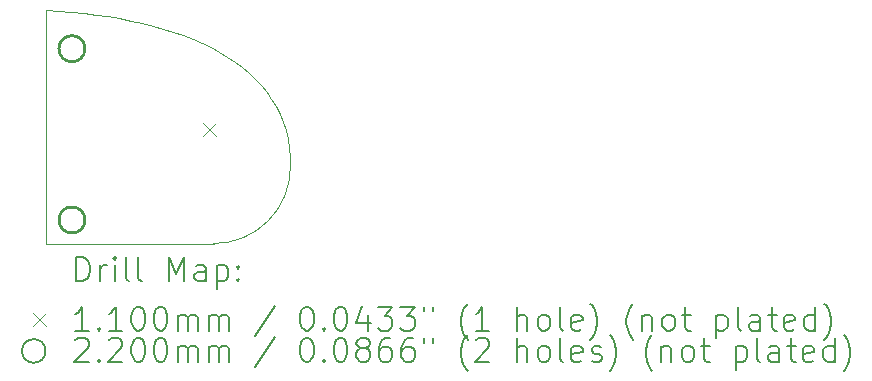
<source format=gbr>
%TF.GenerationSoftware,KiCad,Pcbnew,7.0.5*%
%TF.CreationDate,2023-06-18T14:52:25+02:00*%
%TF.ProjectId,RH_RKJXM1015004_thumb,52485f52-4b4a-4584-9d31-303135303034,rev?*%
%TF.SameCoordinates,Original*%
%TF.FileFunction,Drillmap*%
%TF.FilePolarity,Positive*%
%FSLAX45Y45*%
G04 Gerber Fmt 4.5, Leading zero omitted, Abs format (unit mm)*
G04 Created by KiCad (PCBNEW 7.0.5) date 2023-06-18 14:52:25*
%MOMM*%
%LPD*%
G01*
G04 APERTURE LIST*
%ADD10C,0.100000*%
%ADD11C,0.200000*%
%ADD12C,0.110000*%
%ADD13C,0.220000*%
G04 APERTURE END LIST*
D10*
X7600001Y-4500001D02*
X6181686Y-4500001D01*
X7600001Y-4500001D02*
G75*
G03*
X8250001Y-3850001I-1J650001D01*
G01*
X6181686Y-2520161D02*
X6181686Y-4500001D01*
X6181686Y-2520161D02*
X6289183Y-2528051D01*
X6395148Y-2537625D01*
X6499459Y-2548932D01*
X6601990Y-2562022D01*
X6702619Y-2576942D01*
X6801223Y-2593741D01*
X6897678Y-2612469D01*
X6991861Y-2633174D01*
X7083649Y-2655904D01*
X7172918Y-2680709D01*
X7259545Y-2707637D01*
X7343406Y-2736738D01*
X7424379Y-2768059D01*
X7502340Y-2801650D01*
X7577166Y-2837560D01*
X7648733Y-2875836D01*
X7716918Y-2916529D01*
X7781598Y-2959686D01*
X7842649Y-3005357D01*
X7899949Y-3053591D01*
X7953373Y-3104435D01*
X8002798Y-3157939D01*
X8048102Y-3214152D01*
X8089160Y-3273122D01*
X8125850Y-3334898D01*
X8158048Y-3399529D01*
X8185631Y-3467064D01*
X8208475Y-3537551D01*
X8226458Y-3611040D01*
X8239455Y-3687578D01*
X8247344Y-3767216D01*
X8250001Y-3850001D01*
D11*
D12*
X7506105Y-3481173D02*
X7616105Y-3591173D01*
X7616105Y-3481173D02*
X7506105Y-3591173D01*
D13*
X6510000Y-2850000D02*
G75*
G03*
X6510000Y-2850000I-110000J0D01*
G01*
X6510000Y-4300000D02*
G75*
G03*
X6510000Y-4300000I-110000J0D01*
G01*
D11*
X6437462Y-4816485D02*
X6437462Y-4616485D01*
X6437462Y-4616485D02*
X6485081Y-4616485D01*
X6485081Y-4616485D02*
X6513653Y-4626009D01*
X6513653Y-4626009D02*
X6532700Y-4645056D01*
X6532700Y-4645056D02*
X6542224Y-4664104D01*
X6542224Y-4664104D02*
X6551748Y-4702199D01*
X6551748Y-4702199D02*
X6551748Y-4730770D01*
X6551748Y-4730770D02*
X6542224Y-4768866D01*
X6542224Y-4768866D02*
X6532700Y-4787913D01*
X6532700Y-4787913D02*
X6513653Y-4806961D01*
X6513653Y-4806961D02*
X6485081Y-4816485D01*
X6485081Y-4816485D02*
X6437462Y-4816485D01*
X6637462Y-4816485D02*
X6637462Y-4683151D01*
X6637462Y-4721247D02*
X6646986Y-4702199D01*
X6646986Y-4702199D02*
X6656510Y-4692675D01*
X6656510Y-4692675D02*
X6675558Y-4683151D01*
X6675558Y-4683151D02*
X6694605Y-4683151D01*
X6761272Y-4816485D02*
X6761272Y-4683151D01*
X6761272Y-4616485D02*
X6751748Y-4626009D01*
X6751748Y-4626009D02*
X6761272Y-4635532D01*
X6761272Y-4635532D02*
X6770796Y-4626009D01*
X6770796Y-4626009D02*
X6761272Y-4616485D01*
X6761272Y-4616485D02*
X6761272Y-4635532D01*
X6885081Y-4816485D02*
X6866034Y-4806961D01*
X6866034Y-4806961D02*
X6856510Y-4787913D01*
X6856510Y-4787913D02*
X6856510Y-4616485D01*
X6989843Y-4816485D02*
X6970796Y-4806961D01*
X6970796Y-4806961D02*
X6961272Y-4787913D01*
X6961272Y-4787913D02*
X6961272Y-4616485D01*
X7218415Y-4816485D02*
X7218415Y-4616485D01*
X7218415Y-4616485D02*
X7285081Y-4759342D01*
X7285081Y-4759342D02*
X7351748Y-4616485D01*
X7351748Y-4616485D02*
X7351748Y-4816485D01*
X7532700Y-4816485D02*
X7532700Y-4711723D01*
X7532700Y-4711723D02*
X7523177Y-4692675D01*
X7523177Y-4692675D02*
X7504129Y-4683151D01*
X7504129Y-4683151D02*
X7466034Y-4683151D01*
X7466034Y-4683151D02*
X7446986Y-4692675D01*
X7532700Y-4806961D02*
X7513653Y-4816485D01*
X7513653Y-4816485D02*
X7466034Y-4816485D01*
X7466034Y-4816485D02*
X7446986Y-4806961D01*
X7446986Y-4806961D02*
X7437462Y-4787913D01*
X7437462Y-4787913D02*
X7437462Y-4768866D01*
X7437462Y-4768866D02*
X7446986Y-4749818D01*
X7446986Y-4749818D02*
X7466034Y-4740294D01*
X7466034Y-4740294D02*
X7513653Y-4740294D01*
X7513653Y-4740294D02*
X7532700Y-4730770D01*
X7627939Y-4683151D02*
X7627939Y-4883151D01*
X7627939Y-4692675D02*
X7646986Y-4683151D01*
X7646986Y-4683151D02*
X7685081Y-4683151D01*
X7685081Y-4683151D02*
X7704129Y-4692675D01*
X7704129Y-4692675D02*
X7713653Y-4702199D01*
X7713653Y-4702199D02*
X7723177Y-4721247D01*
X7723177Y-4721247D02*
X7723177Y-4778389D01*
X7723177Y-4778389D02*
X7713653Y-4797437D01*
X7713653Y-4797437D02*
X7704129Y-4806961D01*
X7704129Y-4806961D02*
X7685081Y-4816485D01*
X7685081Y-4816485D02*
X7646986Y-4816485D01*
X7646986Y-4816485D02*
X7627939Y-4806961D01*
X7808891Y-4797437D02*
X7818415Y-4806961D01*
X7818415Y-4806961D02*
X7808891Y-4816485D01*
X7808891Y-4816485D02*
X7799367Y-4806961D01*
X7799367Y-4806961D02*
X7808891Y-4797437D01*
X7808891Y-4797437D02*
X7808891Y-4816485D01*
X7808891Y-4692675D02*
X7818415Y-4702199D01*
X7818415Y-4702199D02*
X7808891Y-4711723D01*
X7808891Y-4711723D02*
X7799367Y-4702199D01*
X7799367Y-4702199D02*
X7808891Y-4692675D01*
X7808891Y-4692675D02*
X7808891Y-4711723D01*
D12*
X6066686Y-5090001D02*
X6176686Y-5200001D01*
X6176686Y-5090001D02*
X6066686Y-5200001D01*
D11*
X6542224Y-5236485D02*
X6427939Y-5236485D01*
X6485081Y-5236485D02*
X6485081Y-5036485D01*
X6485081Y-5036485D02*
X6466034Y-5065056D01*
X6466034Y-5065056D02*
X6446986Y-5084104D01*
X6446986Y-5084104D02*
X6427939Y-5093628D01*
X6627939Y-5217437D02*
X6637462Y-5226961D01*
X6637462Y-5226961D02*
X6627939Y-5236485D01*
X6627939Y-5236485D02*
X6618415Y-5226961D01*
X6618415Y-5226961D02*
X6627939Y-5217437D01*
X6627939Y-5217437D02*
X6627939Y-5236485D01*
X6827939Y-5236485D02*
X6713653Y-5236485D01*
X6770796Y-5236485D02*
X6770796Y-5036485D01*
X6770796Y-5036485D02*
X6751748Y-5065056D01*
X6751748Y-5065056D02*
X6732700Y-5084104D01*
X6732700Y-5084104D02*
X6713653Y-5093628D01*
X6951748Y-5036485D02*
X6970796Y-5036485D01*
X6970796Y-5036485D02*
X6989843Y-5046009D01*
X6989843Y-5046009D02*
X6999367Y-5055532D01*
X6999367Y-5055532D02*
X7008891Y-5074580D01*
X7008891Y-5074580D02*
X7018415Y-5112675D01*
X7018415Y-5112675D02*
X7018415Y-5160294D01*
X7018415Y-5160294D02*
X7008891Y-5198389D01*
X7008891Y-5198389D02*
X6999367Y-5217437D01*
X6999367Y-5217437D02*
X6989843Y-5226961D01*
X6989843Y-5226961D02*
X6970796Y-5236485D01*
X6970796Y-5236485D02*
X6951748Y-5236485D01*
X6951748Y-5236485D02*
X6932700Y-5226961D01*
X6932700Y-5226961D02*
X6923177Y-5217437D01*
X6923177Y-5217437D02*
X6913653Y-5198389D01*
X6913653Y-5198389D02*
X6904129Y-5160294D01*
X6904129Y-5160294D02*
X6904129Y-5112675D01*
X6904129Y-5112675D02*
X6913653Y-5074580D01*
X6913653Y-5074580D02*
X6923177Y-5055532D01*
X6923177Y-5055532D02*
X6932700Y-5046009D01*
X6932700Y-5046009D02*
X6951748Y-5036485D01*
X7142224Y-5036485D02*
X7161272Y-5036485D01*
X7161272Y-5036485D02*
X7180320Y-5046009D01*
X7180320Y-5046009D02*
X7189843Y-5055532D01*
X7189843Y-5055532D02*
X7199367Y-5074580D01*
X7199367Y-5074580D02*
X7208891Y-5112675D01*
X7208891Y-5112675D02*
X7208891Y-5160294D01*
X7208891Y-5160294D02*
X7199367Y-5198389D01*
X7199367Y-5198389D02*
X7189843Y-5217437D01*
X7189843Y-5217437D02*
X7180320Y-5226961D01*
X7180320Y-5226961D02*
X7161272Y-5236485D01*
X7161272Y-5236485D02*
X7142224Y-5236485D01*
X7142224Y-5236485D02*
X7123177Y-5226961D01*
X7123177Y-5226961D02*
X7113653Y-5217437D01*
X7113653Y-5217437D02*
X7104129Y-5198389D01*
X7104129Y-5198389D02*
X7094605Y-5160294D01*
X7094605Y-5160294D02*
X7094605Y-5112675D01*
X7094605Y-5112675D02*
X7104129Y-5074580D01*
X7104129Y-5074580D02*
X7113653Y-5055532D01*
X7113653Y-5055532D02*
X7123177Y-5046009D01*
X7123177Y-5046009D02*
X7142224Y-5036485D01*
X7294605Y-5236485D02*
X7294605Y-5103151D01*
X7294605Y-5122199D02*
X7304129Y-5112675D01*
X7304129Y-5112675D02*
X7323177Y-5103151D01*
X7323177Y-5103151D02*
X7351748Y-5103151D01*
X7351748Y-5103151D02*
X7370796Y-5112675D01*
X7370796Y-5112675D02*
X7380320Y-5131723D01*
X7380320Y-5131723D02*
X7380320Y-5236485D01*
X7380320Y-5131723D02*
X7389843Y-5112675D01*
X7389843Y-5112675D02*
X7408891Y-5103151D01*
X7408891Y-5103151D02*
X7437462Y-5103151D01*
X7437462Y-5103151D02*
X7456510Y-5112675D01*
X7456510Y-5112675D02*
X7466034Y-5131723D01*
X7466034Y-5131723D02*
X7466034Y-5236485D01*
X7561272Y-5236485D02*
X7561272Y-5103151D01*
X7561272Y-5122199D02*
X7570796Y-5112675D01*
X7570796Y-5112675D02*
X7589843Y-5103151D01*
X7589843Y-5103151D02*
X7618415Y-5103151D01*
X7618415Y-5103151D02*
X7637462Y-5112675D01*
X7637462Y-5112675D02*
X7646986Y-5131723D01*
X7646986Y-5131723D02*
X7646986Y-5236485D01*
X7646986Y-5131723D02*
X7656510Y-5112675D01*
X7656510Y-5112675D02*
X7675558Y-5103151D01*
X7675558Y-5103151D02*
X7704129Y-5103151D01*
X7704129Y-5103151D02*
X7723177Y-5112675D01*
X7723177Y-5112675D02*
X7732701Y-5131723D01*
X7732701Y-5131723D02*
X7732701Y-5236485D01*
X8123177Y-5026961D02*
X7951748Y-5284104D01*
X8380320Y-5036485D02*
X8399367Y-5036485D01*
X8399367Y-5036485D02*
X8418415Y-5046009D01*
X8418415Y-5046009D02*
X8427939Y-5055532D01*
X8427939Y-5055532D02*
X8437463Y-5074580D01*
X8437463Y-5074580D02*
X8446986Y-5112675D01*
X8446986Y-5112675D02*
X8446986Y-5160294D01*
X8446986Y-5160294D02*
X8437463Y-5198389D01*
X8437463Y-5198389D02*
X8427939Y-5217437D01*
X8427939Y-5217437D02*
X8418415Y-5226961D01*
X8418415Y-5226961D02*
X8399367Y-5236485D01*
X8399367Y-5236485D02*
X8380320Y-5236485D01*
X8380320Y-5236485D02*
X8361272Y-5226961D01*
X8361272Y-5226961D02*
X8351748Y-5217437D01*
X8351748Y-5217437D02*
X8342224Y-5198389D01*
X8342224Y-5198389D02*
X8332701Y-5160294D01*
X8332701Y-5160294D02*
X8332701Y-5112675D01*
X8332701Y-5112675D02*
X8342224Y-5074580D01*
X8342224Y-5074580D02*
X8351748Y-5055532D01*
X8351748Y-5055532D02*
X8361272Y-5046009D01*
X8361272Y-5046009D02*
X8380320Y-5036485D01*
X8532701Y-5217437D02*
X8542225Y-5226961D01*
X8542225Y-5226961D02*
X8532701Y-5236485D01*
X8532701Y-5236485D02*
X8523177Y-5226961D01*
X8523177Y-5226961D02*
X8532701Y-5217437D01*
X8532701Y-5217437D02*
X8532701Y-5236485D01*
X8666034Y-5036485D02*
X8685082Y-5036485D01*
X8685082Y-5036485D02*
X8704129Y-5046009D01*
X8704129Y-5046009D02*
X8713653Y-5055532D01*
X8713653Y-5055532D02*
X8723177Y-5074580D01*
X8723177Y-5074580D02*
X8732701Y-5112675D01*
X8732701Y-5112675D02*
X8732701Y-5160294D01*
X8732701Y-5160294D02*
X8723177Y-5198389D01*
X8723177Y-5198389D02*
X8713653Y-5217437D01*
X8713653Y-5217437D02*
X8704129Y-5226961D01*
X8704129Y-5226961D02*
X8685082Y-5236485D01*
X8685082Y-5236485D02*
X8666034Y-5236485D01*
X8666034Y-5236485D02*
X8646986Y-5226961D01*
X8646986Y-5226961D02*
X8637463Y-5217437D01*
X8637463Y-5217437D02*
X8627939Y-5198389D01*
X8627939Y-5198389D02*
X8618415Y-5160294D01*
X8618415Y-5160294D02*
X8618415Y-5112675D01*
X8618415Y-5112675D02*
X8627939Y-5074580D01*
X8627939Y-5074580D02*
X8637463Y-5055532D01*
X8637463Y-5055532D02*
X8646986Y-5046009D01*
X8646986Y-5046009D02*
X8666034Y-5036485D01*
X8904129Y-5103151D02*
X8904129Y-5236485D01*
X8856510Y-5026961D02*
X8808891Y-5169818D01*
X8808891Y-5169818D02*
X8932701Y-5169818D01*
X8989844Y-5036485D02*
X9113653Y-5036485D01*
X9113653Y-5036485D02*
X9046986Y-5112675D01*
X9046986Y-5112675D02*
X9075558Y-5112675D01*
X9075558Y-5112675D02*
X9094606Y-5122199D01*
X9094606Y-5122199D02*
X9104129Y-5131723D01*
X9104129Y-5131723D02*
X9113653Y-5150770D01*
X9113653Y-5150770D02*
X9113653Y-5198389D01*
X9113653Y-5198389D02*
X9104129Y-5217437D01*
X9104129Y-5217437D02*
X9094606Y-5226961D01*
X9094606Y-5226961D02*
X9075558Y-5236485D01*
X9075558Y-5236485D02*
X9018415Y-5236485D01*
X9018415Y-5236485D02*
X8999367Y-5226961D01*
X8999367Y-5226961D02*
X8989844Y-5217437D01*
X9180320Y-5036485D02*
X9304129Y-5036485D01*
X9304129Y-5036485D02*
X9237463Y-5112675D01*
X9237463Y-5112675D02*
X9266034Y-5112675D01*
X9266034Y-5112675D02*
X9285082Y-5122199D01*
X9285082Y-5122199D02*
X9294606Y-5131723D01*
X9294606Y-5131723D02*
X9304129Y-5150770D01*
X9304129Y-5150770D02*
X9304129Y-5198389D01*
X9304129Y-5198389D02*
X9294606Y-5217437D01*
X9294606Y-5217437D02*
X9285082Y-5226961D01*
X9285082Y-5226961D02*
X9266034Y-5236485D01*
X9266034Y-5236485D02*
X9208891Y-5236485D01*
X9208891Y-5236485D02*
X9189844Y-5226961D01*
X9189844Y-5226961D02*
X9180320Y-5217437D01*
X9380320Y-5036485D02*
X9380320Y-5074580D01*
X9456510Y-5036485D02*
X9456510Y-5074580D01*
X9751749Y-5312675D02*
X9742225Y-5303151D01*
X9742225Y-5303151D02*
X9723177Y-5274580D01*
X9723177Y-5274580D02*
X9713653Y-5255532D01*
X9713653Y-5255532D02*
X9704129Y-5226961D01*
X9704129Y-5226961D02*
X9694606Y-5179342D01*
X9694606Y-5179342D02*
X9694606Y-5141247D01*
X9694606Y-5141247D02*
X9704129Y-5093628D01*
X9704129Y-5093628D02*
X9713653Y-5065056D01*
X9713653Y-5065056D02*
X9723177Y-5046009D01*
X9723177Y-5046009D02*
X9742225Y-5017437D01*
X9742225Y-5017437D02*
X9751749Y-5007913D01*
X9932701Y-5236485D02*
X9818415Y-5236485D01*
X9875558Y-5236485D02*
X9875558Y-5036485D01*
X9875558Y-5036485D02*
X9856510Y-5065056D01*
X9856510Y-5065056D02*
X9837463Y-5084104D01*
X9837463Y-5084104D02*
X9818415Y-5093628D01*
X10170796Y-5236485D02*
X10170796Y-5036485D01*
X10256510Y-5236485D02*
X10256510Y-5131723D01*
X10256510Y-5131723D02*
X10246987Y-5112675D01*
X10246987Y-5112675D02*
X10227939Y-5103151D01*
X10227939Y-5103151D02*
X10199368Y-5103151D01*
X10199368Y-5103151D02*
X10180320Y-5112675D01*
X10180320Y-5112675D02*
X10170796Y-5122199D01*
X10380320Y-5236485D02*
X10361272Y-5226961D01*
X10361272Y-5226961D02*
X10351749Y-5217437D01*
X10351749Y-5217437D02*
X10342225Y-5198389D01*
X10342225Y-5198389D02*
X10342225Y-5141247D01*
X10342225Y-5141247D02*
X10351749Y-5122199D01*
X10351749Y-5122199D02*
X10361272Y-5112675D01*
X10361272Y-5112675D02*
X10380320Y-5103151D01*
X10380320Y-5103151D02*
X10408891Y-5103151D01*
X10408891Y-5103151D02*
X10427939Y-5112675D01*
X10427939Y-5112675D02*
X10437463Y-5122199D01*
X10437463Y-5122199D02*
X10446987Y-5141247D01*
X10446987Y-5141247D02*
X10446987Y-5198389D01*
X10446987Y-5198389D02*
X10437463Y-5217437D01*
X10437463Y-5217437D02*
X10427939Y-5226961D01*
X10427939Y-5226961D02*
X10408891Y-5236485D01*
X10408891Y-5236485D02*
X10380320Y-5236485D01*
X10561272Y-5236485D02*
X10542225Y-5226961D01*
X10542225Y-5226961D02*
X10532701Y-5207913D01*
X10532701Y-5207913D02*
X10532701Y-5036485D01*
X10713653Y-5226961D02*
X10694606Y-5236485D01*
X10694606Y-5236485D02*
X10656510Y-5236485D01*
X10656510Y-5236485D02*
X10637463Y-5226961D01*
X10637463Y-5226961D02*
X10627939Y-5207913D01*
X10627939Y-5207913D02*
X10627939Y-5131723D01*
X10627939Y-5131723D02*
X10637463Y-5112675D01*
X10637463Y-5112675D02*
X10656510Y-5103151D01*
X10656510Y-5103151D02*
X10694606Y-5103151D01*
X10694606Y-5103151D02*
X10713653Y-5112675D01*
X10713653Y-5112675D02*
X10723177Y-5131723D01*
X10723177Y-5131723D02*
X10723177Y-5150770D01*
X10723177Y-5150770D02*
X10627939Y-5169818D01*
X10789844Y-5312675D02*
X10799368Y-5303151D01*
X10799368Y-5303151D02*
X10818415Y-5274580D01*
X10818415Y-5274580D02*
X10827939Y-5255532D01*
X10827939Y-5255532D02*
X10837463Y-5226961D01*
X10837463Y-5226961D02*
X10846987Y-5179342D01*
X10846987Y-5179342D02*
X10846987Y-5141247D01*
X10846987Y-5141247D02*
X10837463Y-5093628D01*
X10837463Y-5093628D02*
X10827939Y-5065056D01*
X10827939Y-5065056D02*
X10818415Y-5046009D01*
X10818415Y-5046009D02*
X10799368Y-5017437D01*
X10799368Y-5017437D02*
X10789844Y-5007913D01*
X11151749Y-5312675D02*
X11142225Y-5303151D01*
X11142225Y-5303151D02*
X11123177Y-5274580D01*
X11123177Y-5274580D02*
X11113653Y-5255532D01*
X11113653Y-5255532D02*
X11104130Y-5226961D01*
X11104130Y-5226961D02*
X11094606Y-5179342D01*
X11094606Y-5179342D02*
X11094606Y-5141247D01*
X11094606Y-5141247D02*
X11104130Y-5093628D01*
X11104130Y-5093628D02*
X11113653Y-5065056D01*
X11113653Y-5065056D02*
X11123177Y-5046009D01*
X11123177Y-5046009D02*
X11142225Y-5017437D01*
X11142225Y-5017437D02*
X11151749Y-5007913D01*
X11227939Y-5103151D02*
X11227939Y-5236485D01*
X11227939Y-5122199D02*
X11237463Y-5112675D01*
X11237463Y-5112675D02*
X11256510Y-5103151D01*
X11256510Y-5103151D02*
X11285082Y-5103151D01*
X11285082Y-5103151D02*
X11304129Y-5112675D01*
X11304129Y-5112675D02*
X11313653Y-5131723D01*
X11313653Y-5131723D02*
X11313653Y-5236485D01*
X11437463Y-5236485D02*
X11418415Y-5226961D01*
X11418415Y-5226961D02*
X11408891Y-5217437D01*
X11408891Y-5217437D02*
X11399368Y-5198389D01*
X11399368Y-5198389D02*
X11399368Y-5141247D01*
X11399368Y-5141247D02*
X11408891Y-5122199D01*
X11408891Y-5122199D02*
X11418415Y-5112675D01*
X11418415Y-5112675D02*
X11437463Y-5103151D01*
X11437463Y-5103151D02*
X11466034Y-5103151D01*
X11466034Y-5103151D02*
X11485082Y-5112675D01*
X11485082Y-5112675D02*
X11494606Y-5122199D01*
X11494606Y-5122199D02*
X11504129Y-5141247D01*
X11504129Y-5141247D02*
X11504129Y-5198389D01*
X11504129Y-5198389D02*
X11494606Y-5217437D01*
X11494606Y-5217437D02*
X11485082Y-5226961D01*
X11485082Y-5226961D02*
X11466034Y-5236485D01*
X11466034Y-5236485D02*
X11437463Y-5236485D01*
X11561272Y-5103151D02*
X11637463Y-5103151D01*
X11589844Y-5036485D02*
X11589844Y-5207913D01*
X11589844Y-5207913D02*
X11599368Y-5226961D01*
X11599368Y-5226961D02*
X11618415Y-5236485D01*
X11618415Y-5236485D02*
X11637463Y-5236485D01*
X11856510Y-5103151D02*
X11856510Y-5303151D01*
X11856510Y-5112675D02*
X11875558Y-5103151D01*
X11875558Y-5103151D02*
X11913653Y-5103151D01*
X11913653Y-5103151D02*
X11932701Y-5112675D01*
X11932701Y-5112675D02*
X11942225Y-5122199D01*
X11942225Y-5122199D02*
X11951749Y-5141247D01*
X11951749Y-5141247D02*
X11951749Y-5198389D01*
X11951749Y-5198389D02*
X11942225Y-5217437D01*
X11942225Y-5217437D02*
X11932701Y-5226961D01*
X11932701Y-5226961D02*
X11913653Y-5236485D01*
X11913653Y-5236485D02*
X11875558Y-5236485D01*
X11875558Y-5236485D02*
X11856510Y-5226961D01*
X12066034Y-5236485D02*
X12046987Y-5226961D01*
X12046987Y-5226961D02*
X12037463Y-5207913D01*
X12037463Y-5207913D02*
X12037463Y-5036485D01*
X12227939Y-5236485D02*
X12227939Y-5131723D01*
X12227939Y-5131723D02*
X12218415Y-5112675D01*
X12218415Y-5112675D02*
X12199368Y-5103151D01*
X12199368Y-5103151D02*
X12161272Y-5103151D01*
X12161272Y-5103151D02*
X12142225Y-5112675D01*
X12227939Y-5226961D02*
X12208891Y-5236485D01*
X12208891Y-5236485D02*
X12161272Y-5236485D01*
X12161272Y-5236485D02*
X12142225Y-5226961D01*
X12142225Y-5226961D02*
X12132701Y-5207913D01*
X12132701Y-5207913D02*
X12132701Y-5188866D01*
X12132701Y-5188866D02*
X12142225Y-5169818D01*
X12142225Y-5169818D02*
X12161272Y-5160294D01*
X12161272Y-5160294D02*
X12208891Y-5160294D01*
X12208891Y-5160294D02*
X12227939Y-5150770D01*
X12294606Y-5103151D02*
X12370796Y-5103151D01*
X12323177Y-5036485D02*
X12323177Y-5207913D01*
X12323177Y-5207913D02*
X12332701Y-5226961D01*
X12332701Y-5226961D02*
X12351749Y-5236485D01*
X12351749Y-5236485D02*
X12370796Y-5236485D01*
X12513653Y-5226961D02*
X12494606Y-5236485D01*
X12494606Y-5236485D02*
X12456510Y-5236485D01*
X12456510Y-5236485D02*
X12437463Y-5226961D01*
X12437463Y-5226961D02*
X12427939Y-5207913D01*
X12427939Y-5207913D02*
X12427939Y-5131723D01*
X12427939Y-5131723D02*
X12437463Y-5112675D01*
X12437463Y-5112675D02*
X12456510Y-5103151D01*
X12456510Y-5103151D02*
X12494606Y-5103151D01*
X12494606Y-5103151D02*
X12513653Y-5112675D01*
X12513653Y-5112675D02*
X12523177Y-5131723D01*
X12523177Y-5131723D02*
X12523177Y-5150770D01*
X12523177Y-5150770D02*
X12427939Y-5169818D01*
X12694606Y-5236485D02*
X12694606Y-5036485D01*
X12694606Y-5226961D02*
X12675558Y-5236485D01*
X12675558Y-5236485D02*
X12637463Y-5236485D01*
X12637463Y-5236485D02*
X12618415Y-5226961D01*
X12618415Y-5226961D02*
X12608891Y-5217437D01*
X12608891Y-5217437D02*
X12599368Y-5198389D01*
X12599368Y-5198389D02*
X12599368Y-5141247D01*
X12599368Y-5141247D02*
X12608891Y-5122199D01*
X12608891Y-5122199D02*
X12618415Y-5112675D01*
X12618415Y-5112675D02*
X12637463Y-5103151D01*
X12637463Y-5103151D02*
X12675558Y-5103151D01*
X12675558Y-5103151D02*
X12694606Y-5112675D01*
X12770796Y-5312675D02*
X12780320Y-5303151D01*
X12780320Y-5303151D02*
X12799368Y-5274580D01*
X12799368Y-5274580D02*
X12808891Y-5255532D01*
X12808891Y-5255532D02*
X12818415Y-5226961D01*
X12818415Y-5226961D02*
X12827939Y-5179342D01*
X12827939Y-5179342D02*
X12827939Y-5141247D01*
X12827939Y-5141247D02*
X12818415Y-5093628D01*
X12818415Y-5093628D02*
X12808891Y-5065056D01*
X12808891Y-5065056D02*
X12799368Y-5046009D01*
X12799368Y-5046009D02*
X12780320Y-5017437D01*
X12780320Y-5017437D02*
X12770796Y-5007913D01*
X6176686Y-5409001D02*
G75*
G03*
X6176686Y-5409001I-100000J0D01*
G01*
X6427939Y-5319532D02*
X6437462Y-5310009D01*
X6437462Y-5310009D02*
X6456510Y-5300485D01*
X6456510Y-5300485D02*
X6504129Y-5300485D01*
X6504129Y-5300485D02*
X6523177Y-5310009D01*
X6523177Y-5310009D02*
X6532700Y-5319532D01*
X6532700Y-5319532D02*
X6542224Y-5338580D01*
X6542224Y-5338580D02*
X6542224Y-5357628D01*
X6542224Y-5357628D02*
X6532700Y-5386199D01*
X6532700Y-5386199D02*
X6418415Y-5500485D01*
X6418415Y-5500485D02*
X6542224Y-5500485D01*
X6627939Y-5481437D02*
X6637462Y-5490961D01*
X6637462Y-5490961D02*
X6627939Y-5500485D01*
X6627939Y-5500485D02*
X6618415Y-5490961D01*
X6618415Y-5490961D02*
X6627939Y-5481437D01*
X6627939Y-5481437D02*
X6627939Y-5500485D01*
X6713653Y-5319532D02*
X6723177Y-5310009D01*
X6723177Y-5310009D02*
X6742224Y-5300485D01*
X6742224Y-5300485D02*
X6789843Y-5300485D01*
X6789843Y-5300485D02*
X6808891Y-5310009D01*
X6808891Y-5310009D02*
X6818415Y-5319532D01*
X6818415Y-5319532D02*
X6827939Y-5338580D01*
X6827939Y-5338580D02*
X6827939Y-5357628D01*
X6827939Y-5357628D02*
X6818415Y-5386199D01*
X6818415Y-5386199D02*
X6704129Y-5500485D01*
X6704129Y-5500485D02*
X6827939Y-5500485D01*
X6951748Y-5300485D02*
X6970796Y-5300485D01*
X6970796Y-5300485D02*
X6989843Y-5310009D01*
X6989843Y-5310009D02*
X6999367Y-5319532D01*
X6999367Y-5319532D02*
X7008891Y-5338580D01*
X7008891Y-5338580D02*
X7018415Y-5376675D01*
X7018415Y-5376675D02*
X7018415Y-5424294D01*
X7018415Y-5424294D02*
X7008891Y-5462389D01*
X7008891Y-5462389D02*
X6999367Y-5481437D01*
X6999367Y-5481437D02*
X6989843Y-5490961D01*
X6989843Y-5490961D02*
X6970796Y-5500485D01*
X6970796Y-5500485D02*
X6951748Y-5500485D01*
X6951748Y-5500485D02*
X6932700Y-5490961D01*
X6932700Y-5490961D02*
X6923177Y-5481437D01*
X6923177Y-5481437D02*
X6913653Y-5462389D01*
X6913653Y-5462389D02*
X6904129Y-5424294D01*
X6904129Y-5424294D02*
X6904129Y-5376675D01*
X6904129Y-5376675D02*
X6913653Y-5338580D01*
X6913653Y-5338580D02*
X6923177Y-5319532D01*
X6923177Y-5319532D02*
X6932700Y-5310009D01*
X6932700Y-5310009D02*
X6951748Y-5300485D01*
X7142224Y-5300485D02*
X7161272Y-5300485D01*
X7161272Y-5300485D02*
X7180320Y-5310009D01*
X7180320Y-5310009D02*
X7189843Y-5319532D01*
X7189843Y-5319532D02*
X7199367Y-5338580D01*
X7199367Y-5338580D02*
X7208891Y-5376675D01*
X7208891Y-5376675D02*
X7208891Y-5424294D01*
X7208891Y-5424294D02*
X7199367Y-5462389D01*
X7199367Y-5462389D02*
X7189843Y-5481437D01*
X7189843Y-5481437D02*
X7180320Y-5490961D01*
X7180320Y-5490961D02*
X7161272Y-5500485D01*
X7161272Y-5500485D02*
X7142224Y-5500485D01*
X7142224Y-5500485D02*
X7123177Y-5490961D01*
X7123177Y-5490961D02*
X7113653Y-5481437D01*
X7113653Y-5481437D02*
X7104129Y-5462389D01*
X7104129Y-5462389D02*
X7094605Y-5424294D01*
X7094605Y-5424294D02*
X7094605Y-5376675D01*
X7094605Y-5376675D02*
X7104129Y-5338580D01*
X7104129Y-5338580D02*
X7113653Y-5319532D01*
X7113653Y-5319532D02*
X7123177Y-5310009D01*
X7123177Y-5310009D02*
X7142224Y-5300485D01*
X7294605Y-5500485D02*
X7294605Y-5367151D01*
X7294605Y-5386199D02*
X7304129Y-5376675D01*
X7304129Y-5376675D02*
X7323177Y-5367151D01*
X7323177Y-5367151D02*
X7351748Y-5367151D01*
X7351748Y-5367151D02*
X7370796Y-5376675D01*
X7370796Y-5376675D02*
X7380320Y-5395723D01*
X7380320Y-5395723D02*
X7380320Y-5500485D01*
X7380320Y-5395723D02*
X7389843Y-5376675D01*
X7389843Y-5376675D02*
X7408891Y-5367151D01*
X7408891Y-5367151D02*
X7437462Y-5367151D01*
X7437462Y-5367151D02*
X7456510Y-5376675D01*
X7456510Y-5376675D02*
X7466034Y-5395723D01*
X7466034Y-5395723D02*
X7466034Y-5500485D01*
X7561272Y-5500485D02*
X7561272Y-5367151D01*
X7561272Y-5386199D02*
X7570796Y-5376675D01*
X7570796Y-5376675D02*
X7589843Y-5367151D01*
X7589843Y-5367151D02*
X7618415Y-5367151D01*
X7618415Y-5367151D02*
X7637462Y-5376675D01*
X7637462Y-5376675D02*
X7646986Y-5395723D01*
X7646986Y-5395723D02*
X7646986Y-5500485D01*
X7646986Y-5395723D02*
X7656510Y-5376675D01*
X7656510Y-5376675D02*
X7675558Y-5367151D01*
X7675558Y-5367151D02*
X7704129Y-5367151D01*
X7704129Y-5367151D02*
X7723177Y-5376675D01*
X7723177Y-5376675D02*
X7732701Y-5395723D01*
X7732701Y-5395723D02*
X7732701Y-5500485D01*
X8123177Y-5290961D02*
X7951748Y-5548104D01*
X8380320Y-5300485D02*
X8399367Y-5300485D01*
X8399367Y-5300485D02*
X8418415Y-5310009D01*
X8418415Y-5310009D02*
X8427939Y-5319532D01*
X8427939Y-5319532D02*
X8437463Y-5338580D01*
X8437463Y-5338580D02*
X8446986Y-5376675D01*
X8446986Y-5376675D02*
X8446986Y-5424294D01*
X8446986Y-5424294D02*
X8437463Y-5462389D01*
X8437463Y-5462389D02*
X8427939Y-5481437D01*
X8427939Y-5481437D02*
X8418415Y-5490961D01*
X8418415Y-5490961D02*
X8399367Y-5500485D01*
X8399367Y-5500485D02*
X8380320Y-5500485D01*
X8380320Y-5500485D02*
X8361272Y-5490961D01*
X8361272Y-5490961D02*
X8351748Y-5481437D01*
X8351748Y-5481437D02*
X8342224Y-5462389D01*
X8342224Y-5462389D02*
X8332701Y-5424294D01*
X8332701Y-5424294D02*
X8332701Y-5376675D01*
X8332701Y-5376675D02*
X8342224Y-5338580D01*
X8342224Y-5338580D02*
X8351748Y-5319532D01*
X8351748Y-5319532D02*
X8361272Y-5310009D01*
X8361272Y-5310009D02*
X8380320Y-5300485D01*
X8532701Y-5481437D02*
X8542225Y-5490961D01*
X8542225Y-5490961D02*
X8532701Y-5500485D01*
X8532701Y-5500485D02*
X8523177Y-5490961D01*
X8523177Y-5490961D02*
X8532701Y-5481437D01*
X8532701Y-5481437D02*
X8532701Y-5500485D01*
X8666034Y-5300485D02*
X8685082Y-5300485D01*
X8685082Y-5300485D02*
X8704129Y-5310009D01*
X8704129Y-5310009D02*
X8713653Y-5319532D01*
X8713653Y-5319532D02*
X8723177Y-5338580D01*
X8723177Y-5338580D02*
X8732701Y-5376675D01*
X8732701Y-5376675D02*
X8732701Y-5424294D01*
X8732701Y-5424294D02*
X8723177Y-5462389D01*
X8723177Y-5462389D02*
X8713653Y-5481437D01*
X8713653Y-5481437D02*
X8704129Y-5490961D01*
X8704129Y-5490961D02*
X8685082Y-5500485D01*
X8685082Y-5500485D02*
X8666034Y-5500485D01*
X8666034Y-5500485D02*
X8646986Y-5490961D01*
X8646986Y-5490961D02*
X8637463Y-5481437D01*
X8637463Y-5481437D02*
X8627939Y-5462389D01*
X8627939Y-5462389D02*
X8618415Y-5424294D01*
X8618415Y-5424294D02*
X8618415Y-5376675D01*
X8618415Y-5376675D02*
X8627939Y-5338580D01*
X8627939Y-5338580D02*
X8637463Y-5319532D01*
X8637463Y-5319532D02*
X8646986Y-5310009D01*
X8646986Y-5310009D02*
X8666034Y-5300485D01*
X8846986Y-5386199D02*
X8827939Y-5376675D01*
X8827939Y-5376675D02*
X8818415Y-5367151D01*
X8818415Y-5367151D02*
X8808891Y-5348104D01*
X8808891Y-5348104D02*
X8808891Y-5338580D01*
X8808891Y-5338580D02*
X8818415Y-5319532D01*
X8818415Y-5319532D02*
X8827939Y-5310009D01*
X8827939Y-5310009D02*
X8846986Y-5300485D01*
X8846986Y-5300485D02*
X8885082Y-5300485D01*
X8885082Y-5300485D02*
X8904129Y-5310009D01*
X8904129Y-5310009D02*
X8913653Y-5319532D01*
X8913653Y-5319532D02*
X8923177Y-5338580D01*
X8923177Y-5338580D02*
X8923177Y-5348104D01*
X8923177Y-5348104D02*
X8913653Y-5367151D01*
X8913653Y-5367151D02*
X8904129Y-5376675D01*
X8904129Y-5376675D02*
X8885082Y-5386199D01*
X8885082Y-5386199D02*
X8846986Y-5386199D01*
X8846986Y-5386199D02*
X8827939Y-5395723D01*
X8827939Y-5395723D02*
X8818415Y-5405247D01*
X8818415Y-5405247D02*
X8808891Y-5424294D01*
X8808891Y-5424294D02*
X8808891Y-5462389D01*
X8808891Y-5462389D02*
X8818415Y-5481437D01*
X8818415Y-5481437D02*
X8827939Y-5490961D01*
X8827939Y-5490961D02*
X8846986Y-5500485D01*
X8846986Y-5500485D02*
X8885082Y-5500485D01*
X8885082Y-5500485D02*
X8904129Y-5490961D01*
X8904129Y-5490961D02*
X8913653Y-5481437D01*
X8913653Y-5481437D02*
X8923177Y-5462389D01*
X8923177Y-5462389D02*
X8923177Y-5424294D01*
X8923177Y-5424294D02*
X8913653Y-5405247D01*
X8913653Y-5405247D02*
X8904129Y-5395723D01*
X8904129Y-5395723D02*
X8885082Y-5386199D01*
X9094606Y-5300485D02*
X9056510Y-5300485D01*
X9056510Y-5300485D02*
X9037463Y-5310009D01*
X9037463Y-5310009D02*
X9027939Y-5319532D01*
X9027939Y-5319532D02*
X9008891Y-5348104D01*
X9008891Y-5348104D02*
X8999367Y-5386199D01*
X8999367Y-5386199D02*
X8999367Y-5462389D01*
X8999367Y-5462389D02*
X9008891Y-5481437D01*
X9008891Y-5481437D02*
X9018415Y-5490961D01*
X9018415Y-5490961D02*
X9037463Y-5500485D01*
X9037463Y-5500485D02*
X9075558Y-5500485D01*
X9075558Y-5500485D02*
X9094606Y-5490961D01*
X9094606Y-5490961D02*
X9104129Y-5481437D01*
X9104129Y-5481437D02*
X9113653Y-5462389D01*
X9113653Y-5462389D02*
X9113653Y-5414770D01*
X9113653Y-5414770D02*
X9104129Y-5395723D01*
X9104129Y-5395723D02*
X9094606Y-5386199D01*
X9094606Y-5386199D02*
X9075558Y-5376675D01*
X9075558Y-5376675D02*
X9037463Y-5376675D01*
X9037463Y-5376675D02*
X9018415Y-5386199D01*
X9018415Y-5386199D02*
X9008891Y-5395723D01*
X9008891Y-5395723D02*
X8999367Y-5414770D01*
X9285082Y-5300485D02*
X9246986Y-5300485D01*
X9246986Y-5300485D02*
X9227939Y-5310009D01*
X9227939Y-5310009D02*
X9218415Y-5319532D01*
X9218415Y-5319532D02*
X9199367Y-5348104D01*
X9199367Y-5348104D02*
X9189844Y-5386199D01*
X9189844Y-5386199D02*
X9189844Y-5462389D01*
X9189844Y-5462389D02*
X9199367Y-5481437D01*
X9199367Y-5481437D02*
X9208891Y-5490961D01*
X9208891Y-5490961D02*
X9227939Y-5500485D01*
X9227939Y-5500485D02*
X9266034Y-5500485D01*
X9266034Y-5500485D02*
X9285082Y-5490961D01*
X9285082Y-5490961D02*
X9294606Y-5481437D01*
X9294606Y-5481437D02*
X9304129Y-5462389D01*
X9304129Y-5462389D02*
X9304129Y-5414770D01*
X9304129Y-5414770D02*
X9294606Y-5395723D01*
X9294606Y-5395723D02*
X9285082Y-5386199D01*
X9285082Y-5386199D02*
X9266034Y-5376675D01*
X9266034Y-5376675D02*
X9227939Y-5376675D01*
X9227939Y-5376675D02*
X9208891Y-5386199D01*
X9208891Y-5386199D02*
X9199367Y-5395723D01*
X9199367Y-5395723D02*
X9189844Y-5414770D01*
X9380320Y-5300485D02*
X9380320Y-5338580D01*
X9456510Y-5300485D02*
X9456510Y-5338580D01*
X9751749Y-5576675D02*
X9742225Y-5567151D01*
X9742225Y-5567151D02*
X9723177Y-5538580D01*
X9723177Y-5538580D02*
X9713653Y-5519532D01*
X9713653Y-5519532D02*
X9704129Y-5490961D01*
X9704129Y-5490961D02*
X9694606Y-5443342D01*
X9694606Y-5443342D02*
X9694606Y-5405247D01*
X9694606Y-5405247D02*
X9704129Y-5357628D01*
X9704129Y-5357628D02*
X9713653Y-5329056D01*
X9713653Y-5329056D02*
X9723177Y-5310009D01*
X9723177Y-5310009D02*
X9742225Y-5281437D01*
X9742225Y-5281437D02*
X9751749Y-5271913D01*
X9818415Y-5319532D02*
X9827939Y-5310009D01*
X9827939Y-5310009D02*
X9846987Y-5300485D01*
X9846987Y-5300485D02*
X9894606Y-5300485D01*
X9894606Y-5300485D02*
X9913653Y-5310009D01*
X9913653Y-5310009D02*
X9923177Y-5319532D01*
X9923177Y-5319532D02*
X9932701Y-5338580D01*
X9932701Y-5338580D02*
X9932701Y-5357628D01*
X9932701Y-5357628D02*
X9923177Y-5386199D01*
X9923177Y-5386199D02*
X9808891Y-5500485D01*
X9808891Y-5500485D02*
X9932701Y-5500485D01*
X10170796Y-5500485D02*
X10170796Y-5300485D01*
X10256510Y-5500485D02*
X10256510Y-5395723D01*
X10256510Y-5395723D02*
X10246987Y-5376675D01*
X10246987Y-5376675D02*
X10227939Y-5367151D01*
X10227939Y-5367151D02*
X10199368Y-5367151D01*
X10199368Y-5367151D02*
X10180320Y-5376675D01*
X10180320Y-5376675D02*
X10170796Y-5386199D01*
X10380320Y-5500485D02*
X10361272Y-5490961D01*
X10361272Y-5490961D02*
X10351749Y-5481437D01*
X10351749Y-5481437D02*
X10342225Y-5462389D01*
X10342225Y-5462389D02*
X10342225Y-5405247D01*
X10342225Y-5405247D02*
X10351749Y-5386199D01*
X10351749Y-5386199D02*
X10361272Y-5376675D01*
X10361272Y-5376675D02*
X10380320Y-5367151D01*
X10380320Y-5367151D02*
X10408891Y-5367151D01*
X10408891Y-5367151D02*
X10427939Y-5376675D01*
X10427939Y-5376675D02*
X10437463Y-5386199D01*
X10437463Y-5386199D02*
X10446987Y-5405247D01*
X10446987Y-5405247D02*
X10446987Y-5462389D01*
X10446987Y-5462389D02*
X10437463Y-5481437D01*
X10437463Y-5481437D02*
X10427939Y-5490961D01*
X10427939Y-5490961D02*
X10408891Y-5500485D01*
X10408891Y-5500485D02*
X10380320Y-5500485D01*
X10561272Y-5500485D02*
X10542225Y-5490961D01*
X10542225Y-5490961D02*
X10532701Y-5471913D01*
X10532701Y-5471913D02*
X10532701Y-5300485D01*
X10713653Y-5490961D02*
X10694606Y-5500485D01*
X10694606Y-5500485D02*
X10656510Y-5500485D01*
X10656510Y-5500485D02*
X10637463Y-5490961D01*
X10637463Y-5490961D02*
X10627939Y-5471913D01*
X10627939Y-5471913D02*
X10627939Y-5395723D01*
X10627939Y-5395723D02*
X10637463Y-5376675D01*
X10637463Y-5376675D02*
X10656510Y-5367151D01*
X10656510Y-5367151D02*
X10694606Y-5367151D01*
X10694606Y-5367151D02*
X10713653Y-5376675D01*
X10713653Y-5376675D02*
X10723177Y-5395723D01*
X10723177Y-5395723D02*
X10723177Y-5414770D01*
X10723177Y-5414770D02*
X10627939Y-5433818D01*
X10799368Y-5490961D02*
X10818415Y-5500485D01*
X10818415Y-5500485D02*
X10856510Y-5500485D01*
X10856510Y-5500485D02*
X10875558Y-5490961D01*
X10875558Y-5490961D02*
X10885082Y-5471913D01*
X10885082Y-5471913D02*
X10885082Y-5462389D01*
X10885082Y-5462389D02*
X10875558Y-5443342D01*
X10875558Y-5443342D02*
X10856510Y-5433818D01*
X10856510Y-5433818D02*
X10827939Y-5433818D01*
X10827939Y-5433818D02*
X10808891Y-5424294D01*
X10808891Y-5424294D02*
X10799368Y-5405247D01*
X10799368Y-5405247D02*
X10799368Y-5395723D01*
X10799368Y-5395723D02*
X10808891Y-5376675D01*
X10808891Y-5376675D02*
X10827939Y-5367151D01*
X10827939Y-5367151D02*
X10856510Y-5367151D01*
X10856510Y-5367151D02*
X10875558Y-5376675D01*
X10951749Y-5576675D02*
X10961272Y-5567151D01*
X10961272Y-5567151D02*
X10980320Y-5538580D01*
X10980320Y-5538580D02*
X10989844Y-5519532D01*
X10989844Y-5519532D02*
X10999368Y-5490961D01*
X10999368Y-5490961D02*
X11008891Y-5443342D01*
X11008891Y-5443342D02*
X11008891Y-5405247D01*
X11008891Y-5405247D02*
X10999368Y-5357628D01*
X10999368Y-5357628D02*
X10989844Y-5329056D01*
X10989844Y-5329056D02*
X10980320Y-5310009D01*
X10980320Y-5310009D02*
X10961272Y-5281437D01*
X10961272Y-5281437D02*
X10951749Y-5271913D01*
X11313653Y-5576675D02*
X11304129Y-5567151D01*
X11304129Y-5567151D02*
X11285082Y-5538580D01*
X11285082Y-5538580D02*
X11275558Y-5519532D01*
X11275558Y-5519532D02*
X11266034Y-5490961D01*
X11266034Y-5490961D02*
X11256510Y-5443342D01*
X11256510Y-5443342D02*
X11256510Y-5405247D01*
X11256510Y-5405247D02*
X11266034Y-5357628D01*
X11266034Y-5357628D02*
X11275558Y-5329056D01*
X11275558Y-5329056D02*
X11285082Y-5310009D01*
X11285082Y-5310009D02*
X11304129Y-5281437D01*
X11304129Y-5281437D02*
X11313653Y-5271913D01*
X11389844Y-5367151D02*
X11389844Y-5500485D01*
X11389844Y-5386199D02*
X11399368Y-5376675D01*
X11399368Y-5376675D02*
X11418415Y-5367151D01*
X11418415Y-5367151D02*
X11446987Y-5367151D01*
X11446987Y-5367151D02*
X11466034Y-5376675D01*
X11466034Y-5376675D02*
X11475558Y-5395723D01*
X11475558Y-5395723D02*
X11475558Y-5500485D01*
X11599368Y-5500485D02*
X11580320Y-5490961D01*
X11580320Y-5490961D02*
X11570796Y-5481437D01*
X11570796Y-5481437D02*
X11561272Y-5462389D01*
X11561272Y-5462389D02*
X11561272Y-5405247D01*
X11561272Y-5405247D02*
X11570796Y-5386199D01*
X11570796Y-5386199D02*
X11580320Y-5376675D01*
X11580320Y-5376675D02*
X11599368Y-5367151D01*
X11599368Y-5367151D02*
X11627939Y-5367151D01*
X11627939Y-5367151D02*
X11646987Y-5376675D01*
X11646987Y-5376675D02*
X11656510Y-5386199D01*
X11656510Y-5386199D02*
X11666034Y-5405247D01*
X11666034Y-5405247D02*
X11666034Y-5462389D01*
X11666034Y-5462389D02*
X11656510Y-5481437D01*
X11656510Y-5481437D02*
X11646987Y-5490961D01*
X11646987Y-5490961D02*
X11627939Y-5500485D01*
X11627939Y-5500485D02*
X11599368Y-5500485D01*
X11723177Y-5367151D02*
X11799368Y-5367151D01*
X11751749Y-5300485D02*
X11751749Y-5471913D01*
X11751749Y-5471913D02*
X11761272Y-5490961D01*
X11761272Y-5490961D02*
X11780320Y-5500485D01*
X11780320Y-5500485D02*
X11799368Y-5500485D01*
X12018415Y-5367151D02*
X12018415Y-5567151D01*
X12018415Y-5376675D02*
X12037463Y-5367151D01*
X12037463Y-5367151D02*
X12075558Y-5367151D01*
X12075558Y-5367151D02*
X12094606Y-5376675D01*
X12094606Y-5376675D02*
X12104130Y-5386199D01*
X12104130Y-5386199D02*
X12113653Y-5405247D01*
X12113653Y-5405247D02*
X12113653Y-5462389D01*
X12113653Y-5462389D02*
X12104130Y-5481437D01*
X12104130Y-5481437D02*
X12094606Y-5490961D01*
X12094606Y-5490961D02*
X12075558Y-5500485D01*
X12075558Y-5500485D02*
X12037463Y-5500485D01*
X12037463Y-5500485D02*
X12018415Y-5490961D01*
X12227939Y-5500485D02*
X12208891Y-5490961D01*
X12208891Y-5490961D02*
X12199368Y-5471913D01*
X12199368Y-5471913D02*
X12199368Y-5300485D01*
X12389844Y-5500485D02*
X12389844Y-5395723D01*
X12389844Y-5395723D02*
X12380320Y-5376675D01*
X12380320Y-5376675D02*
X12361272Y-5367151D01*
X12361272Y-5367151D02*
X12323177Y-5367151D01*
X12323177Y-5367151D02*
X12304130Y-5376675D01*
X12389844Y-5490961D02*
X12370796Y-5500485D01*
X12370796Y-5500485D02*
X12323177Y-5500485D01*
X12323177Y-5500485D02*
X12304130Y-5490961D01*
X12304130Y-5490961D02*
X12294606Y-5471913D01*
X12294606Y-5471913D02*
X12294606Y-5452866D01*
X12294606Y-5452866D02*
X12304130Y-5433818D01*
X12304130Y-5433818D02*
X12323177Y-5424294D01*
X12323177Y-5424294D02*
X12370796Y-5424294D01*
X12370796Y-5424294D02*
X12389844Y-5414770D01*
X12456511Y-5367151D02*
X12532701Y-5367151D01*
X12485082Y-5300485D02*
X12485082Y-5471913D01*
X12485082Y-5471913D02*
X12494606Y-5490961D01*
X12494606Y-5490961D02*
X12513653Y-5500485D01*
X12513653Y-5500485D02*
X12532701Y-5500485D01*
X12675558Y-5490961D02*
X12656511Y-5500485D01*
X12656511Y-5500485D02*
X12618415Y-5500485D01*
X12618415Y-5500485D02*
X12599368Y-5490961D01*
X12599368Y-5490961D02*
X12589844Y-5471913D01*
X12589844Y-5471913D02*
X12589844Y-5395723D01*
X12589844Y-5395723D02*
X12599368Y-5376675D01*
X12599368Y-5376675D02*
X12618415Y-5367151D01*
X12618415Y-5367151D02*
X12656511Y-5367151D01*
X12656511Y-5367151D02*
X12675558Y-5376675D01*
X12675558Y-5376675D02*
X12685082Y-5395723D01*
X12685082Y-5395723D02*
X12685082Y-5414770D01*
X12685082Y-5414770D02*
X12589844Y-5433818D01*
X12856511Y-5500485D02*
X12856511Y-5300485D01*
X12856511Y-5490961D02*
X12837463Y-5500485D01*
X12837463Y-5500485D02*
X12799368Y-5500485D01*
X12799368Y-5500485D02*
X12780320Y-5490961D01*
X12780320Y-5490961D02*
X12770796Y-5481437D01*
X12770796Y-5481437D02*
X12761272Y-5462389D01*
X12761272Y-5462389D02*
X12761272Y-5405247D01*
X12761272Y-5405247D02*
X12770796Y-5386199D01*
X12770796Y-5386199D02*
X12780320Y-5376675D01*
X12780320Y-5376675D02*
X12799368Y-5367151D01*
X12799368Y-5367151D02*
X12837463Y-5367151D01*
X12837463Y-5367151D02*
X12856511Y-5376675D01*
X12932701Y-5576675D02*
X12942225Y-5567151D01*
X12942225Y-5567151D02*
X12961272Y-5538580D01*
X12961272Y-5538580D02*
X12970796Y-5519532D01*
X12970796Y-5519532D02*
X12980320Y-5490961D01*
X12980320Y-5490961D02*
X12989844Y-5443342D01*
X12989844Y-5443342D02*
X12989844Y-5405247D01*
X12989844Y-5405247D02*
X12980320Y-5357628D01*
X12980320Y-5357628D02*
X12970796Y-5329056D01*
X12970796Y-5329056D02*
X12961272Y-5310009D01*
X12961272Y-5310009D02*
X12942225Y-5281437D01*
X12942225Y-5281437D02*
X12932701Y-5271913D01*
M02*

</source>
